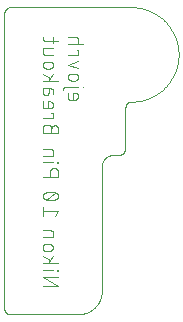
<source format=gbo>
G04 EAGLE Gerber X2 export*
%TF.Part,Single*%
%TF.FileFunction,Other,Silk bottom*%
%TF.FilePolarity,Positive*%
%TF.GenerationSoftware,Autodesk,EAGLE,9.0.0*%
%TF.CreationDate,2018-05-03T06:19:38Z*%
G75*
%MOMM*%
%FSLAX35Y35*%
%LPD*%
%AMOC8*
5,1,8,0,0,1.08239X$1,22.5*%
G01*
%ADD10C,0.000000*%
%ADD11C,0.101600*%


D10*
X-1025000Y400000D02*
X0Y400000D01*
X9665Y399883D01*
X19325Y399533D01*
X28974Y398949D01*
X38606Y398133D01*
X48215Y397084D01*
X57796Y395803D01*
X67343Y394290D01*
X76851Y392548D01*
X86314Y390576D01*
X95726Y388377D01*
X105083Y385950D01*
X114378Y383298D01*
X123607Y380423D01*
X132763Y377325D01*
X141842Y374006D01*
X150838Y370470D01*
X159746Y366717D01*
X168560Y362750D01*
X177277Y358571D01*
X185889Y354182D01*
X194393Y349587D01*
X202784Y344788D01*
X211056Y339787D01*
X219205Y334588D01*
X227226Y329194D01*
X235114Y323607D01*
X242865Y317831D01*
X250474Y311870D01*
X257937Y305726D01*
X265249Y299404D01*
X272406Y292907D01*
X279405Y286240D01*
X286240Y279405D01*
X292907Y272406D01*
X299404Y265249D01*
X305726Y257937D01*
X311870Y250474D01*
X317831Y242865D01*
X323607Y235114D01*
X329194Y227226D01*
X334588Y219205D01*
X339787Y211056D01*
X344788Y202784D01*
X349587Y194393D01*
X354182Y185889D01*
X358571Y177277D01*
X362750Y168560D01*
X366717Y159746D01*
X370470Y150838D01*
X374006Y141842D01*
X377325Y132763D01*
X380423Y123607D01*
X383298Y114378D01*
X385950Y105083D01*
X388377Y95726D01*
X390576Y86314D01*
X392548Y76851D01*
X394290Y67343D01*
X395803Y57796D01*
X397084Y48215D01*
X398133Y38606D01*
X398949Y28974D01*
X399533Y19325D01*
X399883Y9665D01*
X400000Y0D01*
X-1075000Y350000D02*
X-1075000Y-2150000D01*
X-1074985Y-2151208D01*
X-1074942Y-2152416D01*
X-1074869Y-2153622D01*
X-1074767Y-2154826D01*
X-1074635Y-2156027D01*
X-1074475Y-2157224D01*
X-1074286Y-2158418D01*
X-1074069Y-2159606D01*
X-1073822Y-2160789D01*
X-1073547Y-2161966D01*
X-1073244Y-2163135D01*
X-1072912Y-2164297D01*
X-1072553Y-2165451D01*
X-1072166Y-2166595D01*
X-1071751Y-2167730D01*
X-1071309Y-2168855D01*
X-1070840Y-2169968D01*
X-1070344Y-2171070D01*
X-1069821Y-2172160D01*
X-1069273Y-2173236D01*
X-1068698Y-2174299D01*
X-1068098Y-2175348D01*
X-1067473Y-2176382D01*
X-1066824Y-2177401D01*
X-1066149Y-2178403D01*
X-1065451Y-2179389D01*
X-1064729Y-2180358D01*
X-1063984Y-2181309D01*
X-1063216Y-2182242D01*
X-1062426Y-2183156D01*
X-1061613Y-2184051D01*
X-1060780Y-2184926D01*
X-1059926Y-2185780D01*
X-1059051Y-2186613D01*
X-1058156Y-2187426D01*
X-1057242Y-2188216D01*
X-1056309Y-2188984D01*
X-1055358Y-2189729D01*
X-1054389Y-2190451D01*
X-1053403Y-2191149D01*
X-1052401Y-2191824D01*
X-1051382Y-2192473D01*
X-1050348Y-2193098D01*
X-1049299Y-2193698D01*
X-1048236Y-2194273D01*
X-1047160Y-2194821D01*
X-1046070Y-2195344D01*
X-1044968Y-2195840D01*
X-1043855Y-2196309D01*
X-1042730Y-2196751D01*
X-1041595Y-2197166D01*
X-1040451Y-2197553D01*
X-1039297Y-2197912D01*
X-1038135Y-2198244D01*
X-1036966Y-2198547D01*
X-1035789Y-2198822D01*
X-1034606Y-2199069D01*
X-1033418Y-2199286D01*
X-1032224Y-2199475D01*
X-1031027Y-2199635D01*
X-1029826Y-2199767D01*
X-1028622Y-2199869D01*
X-1027416Y-2199942D01*
X-1026208Y-2199985D01*
X-1025000Y-2200000D01*
X-450000Y-2200000D01*
X-445167Y-2199942D01*
X-440337Y-2199766D01*
X-435513Y-2199475D01*
X-430697Y-2199066D01*
X-425893Y-2198542D01*
X-421102Y-2197901D01*
X-416329Y-2197145D01*
X-411575Y-2196274D01*
X-406843Y-2195288D01*
X-402137Y-2194188D01*
X-397459Y-2192975D01*
X-392811Y-2191649D01*
X-388197Y-2190211D01*
X-383618Y-2188662D01*
X-379079Y-2187003D01*
X-374581Y-2185235D01*
X-370127Y-2183358D01*
X-365720Y-2181375D01*
X-361362Y-2179285D01*
X-357055Y-2177091D01*
X-352803Y-2174794D01*
X-348608Y-2172394D01*
X-344472Y-2169894D01*
X-340397Y-2167294D01*
X-336387Y-2164597D01*
X-332443Y-2161803D01*
X-328567Y-2158916D01*
X-324763Y-2155935D01*
X-321032Y-2152863D01*
X-317375Y-2149702D01*
X-313797Y-2146454D01*
X-310298Y-2143120D01*
X-306880Y-2139702D01*
X-303546Y-2136203D01*
X-300298Y-2132625D01*
X-297137Y-2128968D01*
X-294065Y-2125237D01*
X-291084Y-2121433D01*
X-288197Y-2117557D01*
X-285403Y-2113613D01*
X-282706Y-2109603D01*
X-280106Y-2105528D01*
X-277606Y-2101392D01*
X-275206Y-2097197D01*
X-272909Y-2092945D01*
X-270715Y-2088638D01*
X-268625Y-2084280D01*
X-266642Y-2079873D01*
X-264765Y-2075419D01*
X-262997Y-2070921D01*
X-261338Y-2066382D01*
X-259789Y-2061803D01*
X-258351Y-2057189D01*
X-257025Y-2052541D01*
X-255812Y-2047863D01*
X-254712Y-2043157D01*
X-253726Y-2038425D01*
X-252855Y-2033671D01*
X-252099Y-2028898D01*
X-251458Y-2024107D01*
X-250934Y-2019303D01*
X-250525Y-2014487D01*
X-250234Y-2009663D01*
X-250058Y-2004833D01*
X-250000Y-2000000D01*
X-1075000Y350000D02*
X-1074985Y351208D01*
X-1074942Y352416D01*
X-1074869Y353622D01*
X-1074767Y354826D01*
X-1074635Y356027D01*
X-1074475Y357224D01*
X-1074286Y358418D01*
X-1074069Y359606D01*
X-1073822Y360789D01*
X-1073547Y361966D01*
X-1073244Y363135D01*
X-1072912Y364297D01*
X-1072553Y365451D01*
X-1072166Y366595D01*
X-1071751Y367730D01*
X-1071309Y368855D01*
X-1070840Y369968D01*
X-1070344Y371070D01*
X-1069821Y372160D01*
X-1069273Y373236D01*
X-1068698Y374299D01*
X-1068098Y375348D01*
X-1067473Y376382D01*
X-1066824Y377401D01*
X-1066149Y378403D01*
X-1065451Y379389D01*
X-1064729Y380358D01*
X-1063984Y381309D01*
X-1063216Y382242D01*
X-1062426Y383156D01*
X-1061613Y384051D01*
X-1060780Y384926D01*
X-1059926Y385780D01*
X-1059051Y386613D01*
X-1058156Y387426D01*
X-1057242Y388216D01*
X-1056309Y388984D01*
X-1055358Y389729D01*
X-1054389Y390451D01*
X-1053403Y391149D01*
X-1052401Y391824D01*
X-1051382Y392473D01*
X-1050348Y393098D01*
X-1049299Y393698D01*
X-1048236Y394273D01*
X-1047160Y394821D01*
X-1046070Y395344D01*
X-1044968Y395840D01*
X-1043855Y396309D01*
X-1042730Y396751D01*
X-1041595Y397166D01*
X-1040451Y397553D01*
X-1039297Y397912D01*
X-1038135Y398244D01*
X-1036966Y398547D01*
X-1035789Y398822D01*
X-1034606Y399069D01*
X-1033418Y399286D01*
X-1032224Y399475D01*
X-1031027Y399635D01*
X-1029826Y399767D01*
X-1028622Y399869D01*
X-1027416Y399942D01*
X-1026208Y399985D01*
X-1025000Y400000D01*
X0Y-400000D02*
X9665Y-399883D01*
X19325Y-399533D01*
X28974Y-398949D01*
X38606Y-398133D01*
X48215Y-397084D01*
X57796Y-395803D01*
X67343Y-394290D01*
X76851Y-392548D01*
X86314Y-390576D01*
X95726Y-388377D01*
X105083Y-385950D01*
X114378Y-383298D01*
X123607Y-380423D01*
X132763Y-377325D01*
X141842Y-374006D01*
X150838Y-370470D01*
X159746Y-366717D01*
X168560Y-362750D01*
X177277Y-358571D01*
X185889Y-354182D01*
X194393Y-349587D01*
X202784Y-344788D01*
X211056Y-339787D01*
X219205Y-334588D01*
X227226Y-329194D01*
X235114Y-323607D01*
X242865Y-317831D01*
X250474Y-311870D01*
X257937Y-305726D01*
X265249Y-299404D01*
X272406Y-292907D01*
X279405Y-286240D01*
X286240Y-279405D01*
X292907Y-272406D01*
X299404Y-265249D01*
X305726Y-257937D01*
X311870Y-250474D01*
X317831Y-242865D01*
X323607Y-235114D01*
X329194Y-227226D01*
X334588Y-219205D01*
X339787Y-211056D01*
X344788Y-202784D01*
X349587Y-194393D01*
X354182Y-185889D01*
X358571Y-177277D01*
X362750Y-168560D01*
X366717Y-159746D01*
X370470Y-150838D01*
X374006Y-141842D01*
X377325Y-132763D01*
X380423Y-123607D01*
X383298Y-114378D01*
X385950Y-105083D01*
X388377Y-95726D01*
X390576Y-86314D01*
X392548Y-76851D01*
X394290Y-67343D01*
X395803Y-57796D01*
X397084Y-48215D01*
X398133Y-38606D01*
X398949Y-28974D01*
X399533Y-19325D01*
X399883Y-9665D01*
X400000Y0D01*
X-50000Y-450000D02*
X-50000Y-790000D01*
X-110000Y-850000D02*
X-150000Y-850000D01*
X-250000Y-950000D02*
X-250000Y-2000000D01*
X-110000Y-850000D02*
X-108550Y-849982D01*
X-107101Y-849930D01*
X-105654Y-849842D01*
X-104209Y-849720D01*
X-102768Y-849563D01*
X-101331Y-849370D01*
X-99899Y-849144D01*
X-98472Y-848882D01*
X-97053Y-848586D01*
X-95641Y-848257D01*
X-94238Y-847893D01*
X-92843Y-847495D01*
X-91459Y-847063D01*
X-90086Y-846599D01*
X-88724Y-846101D01*
X-87374Y-845570D01*
X-86038Y-845008D01*
X-84716Y-844412D01*
X-83409Y-843786D01*
X-82117Y-843127D01*
X-80841Y-842438D01*
X-79582Y-841718D01*
X-78342Y-840968D01*
X-77119Y-840188D01*
X-75916Y-839379D01*
X-74733Y-838541D01*
X-73570Y-837675D01*
X-72429Y-836780D01*
X-71309Y-835859D01*
X-70213Y-834911D01*
X-69139Y-833936D01*
X-68089Y-832936D01*
X-67064Y-831911D01*
X-66064Y-830861D01*
X-65089Y-829787D01*
X-64141Y-828691D01*
X-63220Y-827571D01*
X-62325Y-826430D01*
X-61459Y-825267D01*
X-60621Y-824084D01*
X-59812Y-822881D01*
X-59032Y-821658D01*
X-58282Y-820418D01*
X-57562Y-819159D01*
X-56873Y-817883D01*
X-56214Y-816591D01*
X-55588Y-815284D01*
X-54992Y-813962D01*
X-54430Y-812626D01*
X-53899Y-811276D01*
X-53401Y-809914D01*
X-52937Y-808541D01*
X-52505Y-807157D01*
X-52107Y-805762D01*
X-51743Y-804359D01*
X-51414Y-802947D01*
X-51118Y-801528D01*
X-50856Y-800101D01*
X-50630Y-798669D01*
X-50437Y-797232D01*
X-50280Y-795791D01*
X-50158Y-794346D01*
X-50070Y-792899D01*
X-50018Y-791450D01*
X-50000Y-790000D01*
X-150000Y-850000D02*
X-152416Y-850029D01*
X-154831Y-850117D01*
X-157243Y-850263D01*
X-159651Y-850467D01*
X-162054Y-850729D01*
X-164449Y-851049D01*
X-166836Y-851427D01*
X-169213Y-851863D01*
X-171578Y-852356D01*
X-173932Y-852906D01*
X-176271Y-853512D01*
X-178595Y-854175D01*
X-180902Y-854894D01*
X-183191Y-855669D01*
X-185460Y-856498D01*
X-187709Y-857383D01*
X-189936Y-858321D01*
X-192140Y-859313D01*
X-194319Y-860357D01*
X-196472Y-861454D01*
X-198598Y-862603D01*
X-200696Y-863803D01*
X-202764Y-865053D01*
X-204801Y-866353D01*
X-206806Y-867702D01*
X-208779Y-869098D01*
X-210716Y-870542D01*
X-212619Y-872033D01*
X-214484Y-873568D01*
X-216312Y-875149D01*
X-218102Y-876773D01*
X-219851Y-878440D01*
X-221560Y-880149D01*
X-223227Y-881898D01*
X-224851Y-883688D01*
X-226432Y-885516D01*
X-227967Y-887381D01*
X-229458Y-889284D01*
X-230902Y-891221D01*
X-232298Y-893194D01*
X-233647Y-895199D01*
X-234947Y-897236D01*
X-236197Y-899304D01*
X-237397Y-901402D01*
X-238546Y-903528D01*
X-239643Y-905681D01*
X-240687Y-907860D01*
X-241679Y-910064D01*
X-242617Y-912291D01*
X-243502Y-914540D01*
X-244331Y-916809D01*
X-245106Y-919098D01*
X-245825Y-921405D01*
X-246488Y-923729D01*
X-247094Y-926068D01*
X-247644Y-928422D01*
X-248137Y-930787D01*
X-248573Y-933164D01*
X-248951Y-935551D01*
X-249271Y-937946D01*
X-249533Y-940349D01*
X-249737Y-942757D01*
X-249883Y-945169D01*
X-249971Y-947584D01*
X-250000Y-950000D01*
D11*
X-537160Y-361161D02*
X-537160Y-324472D01*
X-537160Y-361161D02*
X-537154Y-361693D01*
X-537134Y-362225D01*
X-537102Y-362756D01*
X-537057Y-363286D01*
X-537000Y-363814D01*
X-536929Y-364342D01*
X-536846Y-364867D01*
X-536750Y-365390D01*
X-536641Y-365911D01*
X-536520Y-366429D01*
X-536387Y-366944D01*
X-536241Y-367456D01*
X-536083Y-367963D01*
X-535912Y-368467D01*
X-535730Y-368967D01*
X-535535Y-369462D01*
X-535328Y-369952D01*
X-535110Y-370437D01*
X-534880Y-370917D01*
X-534639Y-371391D01*
X-534386Y-371859D01*
X-534122Y-372321D01*
X-533846Y-372776D01*
X-533560Y-373224D01*
X-533263Y-373666D01*
X-532956Y-374100D01*
X-532638Y-374526D01*
X-532310Y-374945D01*
X-531972Y-375356D01*
X-531624Y-375758D01*
X-531266Y-376152D01*
X-530899Y-376537D01*
X-530523Y-376913D01*
X-530138Y-377280D01*
X-529744Y-377638D01*
X-529342Y-377986D01*
X-528931Y-378324D01*
X-528512Y-378652D01*
X-528086Y-378970D01*
X-527652Y-379277D01*
X-527210Y-379574D01*
X-526762Y-379860D01*
X-526307Y-380136D01*
X-525845Y-380400D01*
X-525377Y-380653D01*
X-524903Y-380894D01*
X-524423Y-381124D01*
X-523938Y-381342D01*
X-523448Y-381549D01*
X-522953Y-381744D01*
X-522453Y-381926D01*
X-521949Y-382097D01*
X-521442Y-382255D01*
X-520930Y-382401D01*
X-520415Y-382534D01*
X-519897Y-382655D01*
X-519376Y-382764D01*
X-518853Y-382860D01*
X-518328Y-382943D01*
X-517800Y-383014D01*
X-517272Y-383071D01*
X-516742Y-383116D01*
X-516211Y-383148D01*
X-515679Y-383168D01*
X-515147Y-383174D01*
X-478458Y-383174D01*
X-477743Y-383165D01*
X-477029Y-383139D01*
X-476316Y-383096D01*
X-475603Y-383035D01*
X-474893Y-382957D01*
X-474184Y-382861D01*
X-473479Y-382749D01*
X-472776Y-382619D01*
X-472076Y-382472D01*
X-471380Y-382308D01*
X-470689Y-382127D01*
X-470002Y-381930D01*
X-469320Y-381715D01*
X-468644Y-381485D01*
X-467973Y-381237D01*
X-467308Y-380974D01*
X-466651Y-380694D01*
X-466000Y-380399D01*
X-465356Y-380088D01*
X-464721Y-379761D01*
X-464093Y-379419D01*
X-463474Y-379061D01*
X-462864Y-378689D01*
X-462263Y-378302D01*
X-461672Y-377900D01*
X-461090Y-377484D01*
X-460519Y-377054D01*
X-459959Y-376611D01*
X-459410Y-376153D01*
X-458872Y-375683D01*
X-458345Y-375199D01*
X-457830Y-374703D01*
X-457328Y-374195D01*
X-456838Y-373674D01*
X-456361Y-373142D01*
X-455897Y-372598D01*
X-455447Y-372043D01*
X-455010Y-371477D01*
X-454587Y-370901D01*
X-454178Y-370315D01*
X-453784Y-369719D01*
X-453404Y-369113D01*
X-453039Y-368498D01*
X-452689Y-367875D01*
X-452355Y-367244D01*
X-452036Y-366604D01*
X-451732Y-365957D01*
X-451445Y-365302D01*
X-451173Y-364641D01*
X-450918Y-363973D01*
X-450679Y-363300D01*
X-450457Y-362621D01*
X-450251Y-361936D01*
X-450061Y-361247D01*
X-449889Y-360553D01*
X-449734Y-359855D01*
X-449595Y-359154D01*
X-449474Y-358450D01*
X-449370Y-357743D01*
X-449283Y-357033D01*
X-449214Y-356322D01*
X-449161Y-355609D01*
X-449127Y-354895D01*
X-449109Y-354180D01*
X-449109Y-353466D01*
X-449127Y-352751D01*
X-449161Y-352037D01*
X-449214Y-351324D01*
X-449283Y-350613D01*
X-449370Y-349903D01*
X-449474Y-349196D01*
X-449595Y-348492D01*
X-449734Y-347791D01*
X-449889Y-347093D01*
X-450061Y-346399D01*
X-450251Y-345710D01*
X-450457Y-345025D01*
X-450679Y-344346D01*
X-450918Y-343673D01*
X-451173Y-343005D01*
X-451445Y-342344D01*
X-451732Y-341689D01*
X-452036Y-341042D01*
X-452355Y-340402D01*
X-452689Y-339771D01*
X-453039Y-339147D01*
X-453404Y-338533D01*
X-453784Y-337927D01*
X-454178Y-337331D01*
X-454587Y-336745D01*
X-455010Y-336169D01*
X-455447Y-335603D01*
X-455897Y-335048D01*
X-456361Y-334504D01*
X-456838Y-333972D01*
X-457328Y-333451D01*
X-457830Y-332943D01*
X-458345Y-332447D01*
X-458872Y-331963D01*
X-459410Y-331493D01*
X-459959Y-331035D01*
X-460519Y-330592D01*
X-461090Y-330162D01*
X-461672Y-329746D01*
X-462263Y-329344D01*
X-462864Y-328957D01*
X-463474Y-328585D01*
X-464093Y-328227D01*
X-464721Y-327885D01*
X-465356Y-327558D01*
X-466000Y-327247D01*
X-466651Y-326952D01*
X-467308Y-326672D01*
X-467973Y-326409D01*
X-468644Y-326161D01*
X-469320Y-325931D01*
X-470002Y-325716D01*
X-470689Y-325519D01*
X-471380Y-325338D01*
X-472076Y-325174D01*
X-472776Y-325027D01*
X-473479Y-324897D01*
X-474184Y-324785D01*
X-474893Y-324689D01*
X-475603Y-324611D01*
X-476316Y-324550D01*
X-477029Y-324507D01*
X-477743Y-324481D01*
X-478458Y-324472D01*
X-493133Y-324472D01*
X-493133Y-383174D01*
X-449107Y-274840D02*
X-559173Y-274840D01*
X-559705Y-274846D01*
X-560237Y-274866D01*
X-560768Y-274898D01*
X-561298Y-274943D01*
X-561826Y-275001D01*
X-562354Y-275071D01*
X-562879Y-275154D01*
X-563402Y-275250D01*
X-563923Y-275359D01*
X-564441Y-275480D01*
X-564956Y-275613D01*
X-565468Y-275759D01*
X-565975Y-275917D01*
X-566479Y-276088D01*
X-566979Y-276271D01*
X-567474Y-276465D01*
X-567964Y-276672D01*
X-568449Y-276890D01*
X-568929Y-277120D01*
X-569403Y-277362D01*
X-569871Y-277614D01*
X-570333Y-277879D01*
X-570788Y-278154D01*
X-571236Y-278440D01*
X-571678Y-278737D01*
X-572112Y-279044D01*
X-572539Y-279362D01*
X-572957Y-279690D01*
X-573368Y-280028D01*
X-573770Y-280376D01*
X-574164Y-280734D01*
X-574549Y-281101D01*
X-574926Y-281477D01*
X-575293Y-281862D01*
X-575650Y-282256D01*
X-575998Y-282658D01*
X-576336Y-283069D01*
X-576664Y-283488D01*
X-576982Y-283914D01*
X-577289Y-284348D01*
X-577586Y-284790D01*
X-577872Y-285238D01*
X-578148Y-285693D01*
X-578412Y-286155D01*
X-578665Y-286623D01*
X-578906Y-287097D01*
X-579136Y-287577D01*
X-579354Y-288062D01*
X-579561Y-288552D01*
X-579756Y-289047D01*
X-579938Y-289547D01*
X-580109Y-290051D01*
X-580267Y-290559D01*
X-580413Y-291070D01*
X-580546Y-291585D01*
X-580667Y-292103D01*
X-580776Y-292624D01*
X-580872Y-293147D01*
X-580955Y-293673D01*
X-581026Y-294200D01*
X-581083Y-294729D01*
X-581128Y-295259D01*
X-581160Y-295790D01*
X-581180Y-296321D01*
X-581186Y-296853D01*
X-581187Y-296853D02*
X-581187Y-304191D01*
X-412418Y-278509D02*
X-405080Y-278509D01*
X-405080Y-271171D01*
X-412418Y-271171D01*
X-412418Y-278509D01*
X-478458Y-221020D02*
X-507809Y-221020D01*
X-478458Y-221020D02*
X-477743Y-221011D01*
X-477029Y-220985D01*
X-476316Y-220942D01*
X-475603Y-220881D01*
X-474893Y-220803D01*
X-474184Y-220707D01*
X-473479Y-220595D01*
X-472776Y-220465D01*
X-472076Y-220318D01*
X-471380Y-220154D01*
X-470689Y-219973D01*
X-470002Y-219776D01*
X-469320Y-219561D01*
X-468644Y-219331D01*
X-467973Y-219083D01*
X-467308Y-218820D01*
X-466651Y-218540D01*
X-466000Y-218245D01*
X-465356Y-217934D01*
X-464721Y-217607D01*
X-464093Y-217265D01*
X-463474Y-216907D01*
X-462864Y-216535D01*
X-462263Y-216148D01*
X-461672Y-215746D01*
X-461090Y-215330D01*
X-460519Y-214900D01*
X-459959Y-214457D01*
X-459410Y-213999D01*
X-458872Y-213529D01*
X-458345Y-213045D01*
X-457830Y-212549D01*
X-457328Y-212041D01*
X-456838Y-211520D01*
X-456361Y-210988D01*
X-455897Y-210444D01*
X-455447Y-209889D01*
X-455010Y-209323D01*
X-454587Y-208747D01*
X-454178Y-208161D01*
X-453784Y-207565D01*
X-453404Y-206959D01*
X-453039Y-206344D01*
X-452689Y-205721D01*
X-452355Y-205090D01*
X-452036Y-204450D01*
X-451732Y-203803D01*
X-451445Y-203148D01*
X-451173Y-202487D01*
X-450918Y-201819D01*
X-450679Y-201146D01*
X-450457Y-200467D01*
X-450251Y-199782D01*
X-450061Y-199093D01*
X-449889Y-198399D01*
X-449734Y-197701D01*
X-449595Y-197000D01*
X-449474Y-196296D01*
X-449370Y-195589D01*
X-449283Y-194879D01*
X-449214Y-194168D01*
X-449161Y-193455D01*
X-449127Y-192741D01*
X-449109Y-192026D01*
X-449109Y-191312D01*
X-449127Y-190597D01*
X-449161Y-189883D01*
X-449214Y-189170D01*
X-449283Y-188459D01*
X-449370Y-187749D01*
X-449474Y-187042D01*
X-449595Y-186338D01*
X-449734Y-185637D01*
X-449889Y-184939D01*
X-450061Y-184245D01*
X-450251Y-183556D01*
X-450457Y-182871D01*
X-450679Y-182192D01*
X-450918Y-181519D01*
X-451173Y-180851D01*
X-451445Y-180190D01*
X-451732Y-179535D01*
X-452036Y-178888D01*
X-452355Y-178248D01*
X-452689Y-177617D01*
X-453039Y-176993D01*
X-453404Y-176379D01*
X-453784Y-175773D01*
X-454178Y-175177D01*
X-454587Y-174591D01*
X-455010Y-174015D01*
X-455447Y-173449D01*
X-455897Y-172894D01*
X-456361Y-172350D01*
X-456838Y-171818D01*
X-457328Y-171297D01*
X-457830Y-170789D01*
X-458345Y-170293D01*
X-458872Y-169809D01*
X-459410Y-169339D01*
X-459959Y-168881D01*
X-460519Y-168438D01*
X-461090Y-168008D01*
X-461672Y-167592D01*
X-462263Y-167190D01*
X-462864Y-166803D01*
X-463474Y-166431D01*
X-464093Y-166073D01*
X-464721Y-165731D01*
X-465356Y-165404D01*
X-466000Y-165093D01*
X-466651Y-164798D01*
X-467308Y-164518D01*
X-467973Y-164255D01*
X-468644Y-164007D01*
X-469320Y-163777D01*
X-470002Y-163562D01*
X-470689Y-163365D01*
X-471380Y-163184D01*
X-472076Y-163020D01*
X-472776Y-162873D01*
X-473479Y-162743D01*
X-474184Y-162631D01*
X-474893Y-162535D01*
X-475603Y-162457D01*
X-476316Y-162396D01*
X-477029Y-162353D01*
X-477743Y-162327D01*
X-478458Y-162318D01*
X-507809Y-162318D01*
X-508524Y-162327D01*
X-509238Y-162353D01*
X-509951Y-162396D01*
X-510664Y-162457D01*
X-511374Y-162535D01*
X-512083Y-162631D01*
X-512788Y-162743D01*
X-513491Y-162873D01*
X-514191Y-163020D01*
X-514887Y-163184D01*
X-515578Y-163365D01*
X-516265Y-163562D01*
X-516947Y-163777D01*
X-517623Y-164007D01*
X-518294Y-164255D01*
X-518959Y-164518D01*
X-519616Y-164798D01*
X-520267Y-165093D01*
X-520911Y-165404D01*
X-521546Y-165731D01*
X-522174Y-166073D01*
X-522793Y-166431D01*
X-523403Y-166803D01*
X-524004Y-167190D01*
X-524595Y-167592D01*
X-525177Y-168008D01*
X-525748Y-168438D01*
X-526308Y-168881D01*
X-526857Y-169339D01*
X-527395Y-169809D01*
X-527922Y-170293D01*
X-528437Y-170789D01*
X-528939Y-171297D01*
X-529429Y-171818D01*
X-529906Y-172350D01*
X-530370Y-172894D01*
X-530820Y-173449D01*
X-531257Y-174015D01*
X-531680Y-174591D01*
X-532089Y-175177D01*
X-532483Y-175773D01*
X-532863Y-176379D01*
X-533228Y-176994D01*
X-533578Y-177617D01*
X-533912Y-178248D01*
X-534231Y-178888D01*
X-534535Y-179535D01*
X-534822Y-180190D01*
X-535094Y-180851D01*
X-535349Y-181519D01*
X-535588Y-182192D01*
X-535810Y-182871D01*
X-536016Y-183556D01*
X-536206Y-184245D01*
X-536378Y-184939D01*
X-536533Y-185637D01*
X-536672Y-186338D01*
X-536793Y-187042D01*
X-536897Y-187749D01*
X-536984Y-188459D01*
X-537053Y-189170D01*
X-537106Y-189883D01*
X-537140Y-190597D01*
X-537158Y-191312D01*
X-537158Y-192026D01*
X-537140Y-192741D01*
X-537106Y-193455D01*
X-537053Y-194168D01*
X-536984Y-194879D01*
X-536897Y-195589D01*
X-536793Y-196296D01*
X-536672Y-197000D01*
X-536533Y-197701D01*
X-536378Y-198399D01*
X-536206Y-199093D01*
X-536016Y-199782D01*
X-535810Y-200467D01*
X-535588Y-201146D01*
X-535349Y-201819D01*
X-535094Y-202487D01*
X-534822Y-203148D01*
X-534535Y-203803D01*
X-534231Y-204450D01*
X-533912Y-205090D01*
X-533578Y-205721D01*
X-533228Y-206345D01*
X-532863Y-206959D01*
X-532483Y-207565D01*
X-532089Y-208161D01*
X-531680Y-208747D01*
X-531257Y-209323D01*
X-530820Y-209889D01*
X-530370Y-210444D01*
X-529906Y-210988D01*
X-529429Y-211520D01*
X-528939Y-212041D01*
X-528437Y-212549D01*
X-527922Y-213045D01*
X-527395Y-213529D01*
X-526857Y-213999D01*
X-526308Y-214457D01*
X-525748Y-214900D01*
X-525177Y-215330D01*
X-524595Y-215746D01*
X-524004Y-216148D01*
X-523403Y-216535D01*
X-522793Y-216907D01*
X-522174Y-217265D01*
X-521546Y-217607D01*
X-520911Y-217934D01*
X-520267Y-218245D01*
X-519616Y-218540D01*
X-518959Y-218820D01*
X-518294Y-219083D01*
X-517623Y-219331D01*
X-516947Y-219561D01*
X-516265Y-219776D01*
X-515578Y-219973D01*
X-514887Y-220154D01*
X-514191Y-220318D01*
X-513491Y-220465D01*
X-512788Y-220595D01*
X-512083Y-220707D01*
X-511374Y-220803D01*
X-510664Y-220881D01*
X-509951Y-220942D01*
X-509238Y-220985D01*
X-508524Y-221011D01*
X-507809Y-221020D01*
X-449107Y-114340D02*
X-537160Y-84989D01*
X-449107Y-55638D01*
X-449107Y-2689D02*
X-537160Y-2689D01*
X-449107Y-2689D02*
X-449107Y41337D01*
X-463783Y41337D01*
X-405080Y86218D02*
X-537160Y86218D01*
X-449107Y86218D02*
X-449107Y122907D01*
X-449114Y123447D01*
X-449134Y123987D01*
X-449167Y124526D01*
X-449213Y125065D01*
X-449273Y125602D01*
X-449345Y126137D01*
X-449431Y126670D01*
X-449530Y127201D01*
X-449642Y127730D01*
X-449767Y128256D01*
X-449904Y128778D01*
X-450055Y129297D01*
X-450218Y129812D01*
X-450394Y130323D01*
X-450582Y130829D01*
X-450783Y131331D01*
X-450995Y131828D01*
X-451220Y132319D01*
X-451457Y132804D01*
X-451706Y133284D01*
X-451967Y133757D01*
X-452239Y134224D01*
X-452522Y134684D01*
X-452817Y135137D01*
X-453122Y135582D01*
X-453439Y136020D01*
X-453766Y136450D01*
X-454104Y136872D01*
X-454451Y137285D01*
X-454809Y137690D01*
X-455177Y138086D01*
X-455554Y138472D01*
X-455941Y138850D01*
X-456337Y139217D01*
X-456742Y139575D01*
X-457155Y139923D01*
X-457577Y140261D01*
X-458007Y140588D01*
X-458445Y140904D01*
X-458890Y141210D01*
X-459343Y141505D01*
X-459803Y141788D01*
X-460270Y142060D01*
X-460743Y142321D01*
X-461223Y142569D01*
X-461708Y142806D01*
X-462199Y143031D01*
X-462696Y143244D01*
X-463197Y143445D01*
X-463704Y143633D01*
X-464215Y143809D01*
X-464730Y143972D01*
X-465249Y144123D01*
X-465771Y144260D01*
X-466297Y144385D01*
X-466825Y144497D01*
X-467356Y144596D01*
X-467890Y144682D01*
X-468425Y144754D01*
X-468962Y144814D01*
X-469500Y144860D01*
X-470040Y144893D01*
X-470579Y144913D01*
X-471120Y144920D01*
X-537160Y144920D01*
X-618440Y-1956789D02*
X-750520Y-1956789D01*
X-750520Y-1883412D02*
X-618440Y-1956789D01*
X-618440Y-1883412D02*
X-750520Y-1883412D01*
X-750520Y-1826223D02*
X-662467Y-1826223D01*
X-625778Y-1829891D02*
X-618440Y-1829891D01*
X-618440Y-1822554D01*
X-625778Y-1822554D01*
X-625778Y-1829891D01*
X-618440Y-1768794D02*
X-750520Y-1768794D01*
X-706493Y-1768794D02*
X-662467Y-1710092D01*
X-688149Y-1743112D02*
X-750520Y-1710092D01*
X-721169Y-1663550D02*
X-691818Y-1663550D01*
X-691818Y-1663549D02*
X-691103Y-1663540D01*
X-690389Y-1663514D01*
X-689676Y-1663471D01*
X-688963Y-1663410D01*
X-688253Y-1663332D01*
X-687544Y-1663236D01*
X-686839Y-1663124D01*
X-686136Y-1662994D01*
X-685436Y-1662847D01*
X-684740Y-1662683D01*
X-684049Y-1662502D01*
X-683362Y-1662305D01*
X-682680Y-1662090D01*
X-682004Y-1661860D01*
X-681333Y-1661612D01*
X-680668Y-1661349D01*
X-680011Y-1661069D01*
X-679360Y-1660774D01*
X-678716Y-1660463D01*
X-678081Y-1660136D01*
X-677453Y-1659794D01*
X-676834Y-1659436D01*
X-676224Y-1659064D01*
X-675623Y-1658677D01*
X-675032Y-1658275D01*
X-674450Y-1657859D01*
X-673879Y-1657429D01*
X-673319Y-1656986D01*
X-672770Y-1656528D01*
X-672232Y-1656058D01*
X-671705Y-1655574D01*
X-671190Y-1655078D01*
X-670688Y-1654570D01*
X-670198Y-1654049D01*
X-669721Y-1653517D01*
X-669257Y-1652973D01*
X-668807Y-1652418D01*
X-668370Y-1651852D01*
X-667947Y-1651276D01*
X-667538Y-1650690D01*
X-667144Y-1650094D01*
X-666764Y-1649488D01*
X-666399Y-1648873D01*
X-666049Y-1648250D01*
X-665715Y-1647619D01*
X-665396Y-1646979D01*
X-665092Y-1646332D01*
X-664805Y-1645677D01*
X-664533Y-1645016D01*
X-664278Y-1644348D01*
X-664039Y-1643675D01*
X-663817Y-1642996D01*
X-663611Y-1642311D01*
X-663421Y-1641622D01*
X-663249Y-1640928D01*
X-663094Y-1640230D01*
X-662955Y-1639529D01*
X-662834Y-1638825D01*
X-662730Y-1638118D01*
X-662643Y-1637408D01*
X-662574Y-1636697D01*
X-662521Y-1635984D01*
X-662487Y-1635270D01*
X-662469Y-1634555D01*
X-662469Y-1633841D01*
X-662487Y-1633126D01*
X-662521Y-1632412D01*
X-662574Y-1631699D01*
X-662643Y-1630988D01*
X-662730Y-1630278D01*
X-662834Y-1629571D01*
X-662955Y-1628867D01*
X-663094Y-1628166D01*
X-663249Y-1627468D01*
X-663421Y-1626774D01*
X-663611Y-1626085D01*
X-663817Y-1625400D01*
X-664039Y-1624721D01*
X-664278Y-1624048D01*
X-664533Y-1623380D01*
X-664805Y-1622719D01*
X-665092Y-1622064D01*
X-665396Y-1621417D01*
X-665715Y-1620777D01*
X-666049Y-1620146D01*
X-666399Y-1619522D01*
X-666764Y-1618908D01*
X-667144Y-1618302D01*
X-667538Y-1617706D01*
X-667947Y-1617120D01*
X-668370Y-1616544D01*
X-668807Y-1615978D01*
X-669257Y-1615423D01*
X-669721Y-1614879D01*
X-670198Y-1614347D01*
X-670688Y-1613826D01*
X-671190Y-1613318D01*
X-671705Y-1612822D01*
X-672232Y-1612338D01*
X-672770Y-1611868D01*
X-673319Y-1611410D01*
X-673879Y-1610967D01*
X-674450Y-1610537D01*
X-675032Y-1610121D01*
X-675623Y-1609719D01*
X-676224Y-1609332D01*
X-676834Y-1608960D01*
X-677453Y-1608602D01*
X-678081Y-1608260D01*
X-678716Y-1607933D01*
X-679360Y-1607622D01*
X-680011Y-1607327D01*
X-680668Y-1607047D01*
X-681333Y-1606784D01*
X-682004Y-1606536D01*
X-682680Y-1606306D01*
X-683362Y-1606091D01*
X-684049Y-1605894D01*
X-684740Y-1605713D01*
X-685436Y-1605549D01*
X-686136Y-1605402D01*
X-686839Y-1605272D01*
X-687544Y-1605160D01*
X-688253Y-1605064D01*
X-688963Y-1604986D01*
X-689676Y-1604925D01*
X-690389Y-1604882D01*
X-691103Y-1604856D01*
X-691818Y-1604847D01*
X-691818Y-1604848D02*
X-721169Y-1604848D01*
X-721169Y-1604847D02*
X-721884Y-1604856D01*
X-722598Y-1604882D01*
X-723311Y-1604925D01*
X-724024Y-1604986D01*
X-724734Y-1605064D01*
X-725443Y-1605160D01*
X-726148Y-1605272D01*
X-726851Y-1605402D01*
X-727551Y-1605549D01*
X-728247Y-1605713D01*
X-728938Y-1605894D01*
X-729625Y-1606091D01*
X-730307Y-1606306D01*
X-730983Y-1606536D01*
X-731654Y-1606784D01*
X-732319Y-1607047D01*
X-732976Y-1607327D01*
X-733627Y-1607622D01*
X-734271Y-1607933D01*
X-734906Y-1608260D01*
X-735534Y-1608602D01*
X-736153Y-1608960D01*
X-736763Y-1609332D01*
X-737364Y-1609719D01*
X-737955Y-1610121D01*
X-738537Y-1610537D01*
X-739108Y-1610967D01*
X-739668Y-1611410D01*
X-740217Y-1611868D01*
X-740755Y-1612338D01*
X-741282Y-1612822D01*
X-741797Y-1613318D01*
X-742299Y-1613826D01*
X-742789Y-1614347D01*
X-743266Y-1614879D01*
X-743730Y-1615423D01*
X-744180Y-1615978D01*
X-744617Y-1616544D01*
X-745040Y-1617120D01*
X-745449Y-1617706D01*
X-745843Y-1618302D01*
X-746223Y-1618908D01*
X-746588Y-1619523D01*
X-746938Y-1620146D01*
X-747272Y-1620777D01*
X-747591Y-1621417D01*
X-747895Y-1622064D01*
X-748182Y-1622719D01*
X-748454Y-1623380D01*
X-748709Y-1624048D01*
X-748948Y-1624721D01*
X-749170Y-1625400D01*
X-749376Y-1626085D01*
X-749566Y-1626774D01*
X-749738Y-1627468D01*
X-749893Y-1628166D01*
X-750032Y-1628867D01*
X-750153Y-1629571D01*
X-750257Y-1630278D01*
X-750344Y-1630988D01*
X-750413Y-1631699D01*
X-750466Y-1632412D01*
X-750500Y-1633126D01*
X-750518Y-1633841D01*
X-750518Y-1634555D01*
X-750500Y-1635270D01*
X-750466Y-1635984D01*
X-750413Y-1636697D01*
X-750344Y-1637408D01*
X-750257Y-1638118D01*
X-750153Y-1638825D01*
X-750032Y-1639529D01*
X-749893Y-1640230D01*
X-749738Y-1640928D01*
X-749566Y-1641622D01*
X-749376Y-1642311D01*
X-749170Y-1642996D01*
X-748948Y-1643675D01*
X-748709Y-1644348D01*
X-748454Y-1645016D01*
X-748182Y-1645677D01*
X-747895Y-1646332D01*
X-747591Y-1646979D01*
X-747272Y-1647619D01*
X-746938Y-1648250D01*
X-746588Y-1648874D01*
X-746223Y-1649488D01*
X-745843Y-1650094D01*
X-745449Y-1650690D01*
X-745040Y-1651276D01*
X-744617Y-1651852D01*
X-744180Y-1652418D01*
X-743730Y-1652973D01*
X-743266Y-1653517D01*
X-742789Y-1654049D01*
X-742299Y-1654570D01*
X-741797Y-1655078D01*
X-741282Y-1655574D01*
X-740755Y-1656058D01*
X-740217Y-1656528D01*
X-739668Y-1656986D01*
X-739108Y-1657429D01*
X-738537Y-1657859D01*
X-737955Y-1658275D01*
X-737364Y-1658677D01*
X-736763Y-1659064D01*
X-736153Y-1659436D01*
X-735534Y-1659794D01*
X-734906Y-1660136D01*
X-734271Y-1660463D01*
X-733627Y-1660774D01*
X-732976Y-1661069D01*
X-732319Y-1661349D01*
X-731654Y-1661612D01*
X-730983Y-1661860D01*
X-730307Y-1662090D01*
X-729625Y-1662305D01*
X-728938Y-1662502D01*
X-728247Y-1662683D01*
X-727551Y-1662847D01*
X-726851Y-1662994D01*
X-726148Y-1663124D01*
X-725443Y-1663236D01*
X-724734Y-1663332D01*
X-724024Y-1663410D01*
X-723311Y-1663471D01*
X-722598Y-1663514D01*
X-721884Y-1663540D01*
X-721169Y-1663549D01*
X-750520Y-1548335D02*
X-662467Y-1548335D01*
X-662467Y-1511647D01*
X-662474Y-1511107D01*
X-662494Y-1510567D01*
X-662527Y-1510028D01*
X-662573Y-1509489D01*
X-662633Y-1508952D01*
X-662705Y-1508417D01*
X-662791Y-1507884D01*
X-662890Y-1507352D01*
X-663002Y-1506824D01*
X-663127Y-1506298D01*
X-663264Y-1505776D01*
X-663415Y-1505257D01*
X-663578Y-1504742D01*
X-663754Y-1504231D01*
X-663942Y-1503724D01*
X-664143Y-1503223D01*
X-664356Y-1502726D01*
X-664581Y-1502235D01*
X-664817Y-1501749D01*
X-665066Y-1501270D01*
X-665327Y-1500797D01*
X-665599Y-1500330D01*
X-665882Y-1499870D01*
X-666177Y-1499417D01*
X-666483Y-1498971D01*
X-666799Y-1498533D01*
X-667126Y-1498103D01*
X-667464Y-1497682D01*
X-667812Y-1497268D01*
X-668170Y-1496864D01*
X-668537Y-1496468D01*
X-668915Y-1496081D01*
X-669301Y-1495704D01*
X-669697Y-1495336D01*
X-670102Y-1494978D01*
X-670515Y-1494630D01*
X-670937Y-1494293D01*
X-671367Y-1493965D01*
X-671805Y-1493649D01*
X-672250Y-1493343D01*
X-672703Y-1493049D01*
X-673163Y-1492765D01*
X-673630Y-1492493D01*
X-674103Y-1492233D01*
X-674583Y-1491984D01*
X-675068Y-1491747D01*
X-675560Y-1491522D01*
X-676056Y-1491309D01*
X-676558Y-1491108D01*
X-677064Y-1490920D01*
X-677575Y-1490744D01*
X-678090Y-1490581D01*
X-678609Y-1490431D01*
X-679132Y-1490293D01*
X-679657Y-1490168D01*
X-680186Y-1490056D01*
X-680717Y-1489957D01*
X-681250Y-1489871D01*
X-681786Y-1489799D01*
X-682323Y-1489739D01*
X-682861Y-1489693D01*
X-683400Y-1489660D01*
X-683940Y-1489640D01*
X-684480Y-1489633D01*
X-750520Y-1489633D01*
X-647791Y-1363649D02*
X-618440Y-1326960D01*
X-750520Y-1326960D01*
X-750520Y-1290272D02*
X-750520Y-1363649D01*
X-684480Y-1235633D02*
X-681882Y-1235602D01*
X-679285Y-1235509D01*
X-676691Y-1235354D01*
X-674102Y-1235137D01*
X-671519Y-1234858D01*
X-668942Y-1234518D01*
X-666375Y-1234117D01*
X-663818Y-1233654D01*
X-661273Y-1233130D01*
X-658741Y-1232546D01*
X-656224Y-1231901D01*
X-653723Y-1231197D01*
X-651240Y-1230433D01*
X-648775Y-1229610D01*
X-646331Y-1228728D01*
X-643908Y-1227789D01*
X-641509Y-1226791D01*
X-639134Y-1225737D01*
X-636785Y-1224627D01*
X-636784Y-1224627D02*
X-636162Y-1224405D01*
X-635546Y-1224168D01*
X-634936Y-1223916D01*
X-634331Y-1223650D01*
X-633734Y-1223369D01*
X-633143Y-1223073D01*
X-632560Y-1222763D01*
X-631985Y-1222439D01*
X-631417Y-1222102D01*
X-630858Y-1221750D01*
X-630308Y-1221385D01*
X-629767Y-1221007D01*
X-629235Y-1220615D01*
X-628713Y-1220211D01*
X-628200Y-1219795D01*
X-627698Y-1219365D01*
X-627207Y-1218924D01*
X-626727Y-1218471D01*
X-626257Y-1218007D01*
X-625799Y-1217531D01*
X-625353Y-1217044D01*
X-624919Y-1216547D01*
X-624497Y-1216039D01*
X-624087Y-1215521D01*
X-623691Y-1214993D01*
X-623307Y-1214455D01*
X-622936Y-1213909D01*
X-622579Y-1213354D01*
X-622235Y-1212790D01*
X-621906Y-1212218D01*
X-621590Y-1211638D01*
X-621288Y-1211050D01*
X-621001Y-1210456D01*
X-620728Y-1209854D01*
X-620470Y-1209246D01*
X-620227Y-1208632D01*
X-619999Y-1208013D01*
X-619786Y-1207387D01*
X-619588Y-1206757D01*
X-619406Y-1206123D01*
X-619239Y-1205484D01*
X-619088Y-1204841D01*
X-618952Y-1204195D01*
X-618833Y-1203545D01*
X-618729Y-1202893D01*
X-618641Y-1202239D01*
X-618568Y-1201582D01*
X-618512Y-1200924D01*
X-618472Y-1200265D01*
X-618448Y-1199605D01*
X-618440Y-1198945D01*
X-618448Y-1198285D01*
X-618472Y-1197625D01*
X-618512Y-1196966D01*
X-618568Y-1196308D01*
X-618641Y-1195651D01*
X-618729Y-1194997D01*
X-618833Y-1194345D01*
X-618952Y-1193695D01*
X-619088Y-1193049D01*
X-619239Y-1192406D01*
X-619406Y-1191767D01*
X-619588Y-1191132D01*
X-619786Y-1190502D01*
X-619999Y-1189877D01*
X-620227Y-1189257D01*
X-620470Y-1188643D01*
X-620728Y-1188036D01*
X-621001Y-1187434D01*
X-621288Y-1186840D01*
X-621590Y-1186252D01*
X-621906Y-1185672D01*
X-622235Y-1185100D01*
X-622579Y-1184536D01*
X-622936Y-1183981D01*
X-623307Y-1183434D01*
X-623691Y-1182897D01*
X-624088Y-1182369D01*
X-624497Y-1181851D01*
X-624919Y-1181343D01*
X-625353Y-1180845D01*
X-625799Y-1180358D01*
X-626257Y-1179883D01*
X-626727Y-1179418D01*
X-627207Y-1178965D01*
X-627699Y-1178524D01*
X-628201Y-1178095D01*
X-628713Y-1177678D01*
X-629235Y-1177274D01*
X-629767Y-1176882D01*
X-630308Y-1176504D01*
X-630859Y-1176139D01*
X-631418Y-1175788D01*
X-631985Y-1175450D01*
X-632560Y-1175126D01*
X-633144Y-1174816D01*
X-633734Y-1174520D01*
X-634332Y-1174239D01*
X-634936Y-1173973D01*
X-635546Y-1173721D01*
X-636163Y-1173484D01*
X-636785Y-1173262D01*
X-636785Y-1173263D02*
X-639134Y-1172152D01*
X-641509Y-1171098D01*
X-643908Y-1170100D01*
X-646331Y-1169161D01*
X-648775Y-1168279D01*
X-651240Y-1167456D01*
X-653723Y-1166692D01*
X-656224Y-1165988D01*
X-658741Y-1165343D01*
X-661273Y-1164759D01*
X-663818Y-1164235D01*
X-666375Y-1163772D01*
X-668942Y-1163371D01*
X-671518Y-1163031D01*
X-674102Y-1162752D01*
X-676691Y-1162535D01*
X-679285Y-1162380D01*
X-681882Y-1162287D01*
X-684480Y-1162256D01*
X-684480Y-1235633D02*
X-687078Y-1235602D01*
X-689675Y-1235509D01*
X-692269Y-1235354D01*
X-694858Y-1235137D01*
X-697442Y-1234858D01*
X-700018Y-1234518D01*
X-702585Y-1234117D01*
X-705142Y-1233654D01*
X-707687Y-1233130D01*
X-710219Y-1232546D01*
X-712736Y-1231901D01*
X-715237Y-1231197D01*
X-717721Y-1230433D01*
X-720185Y-1229610D01*
X-722630Y-1228728D01*
X-725052Y-1227789D01*
X-727452Y-1226791D01*
X-729827Y-1225737D01*
X-732176Y-1224626D01*
X-732175Y-1224627D02*
X-732797Y-1224406D01*
X-733414Y-1224169D01*
X-734024Y-1223917D01*
X-734629Y-1223651D01*
X-735226Y-1223369D01*
X-735817Y-1223074D01*
X-736400Y-1222764D01*
X-736975Y-1222440D01*
X-737543Y-1222102D01*
X-738102Y-1221751D01*
X-738652Y-1221386D01*
X-739193Y-1221007D01*
X-739725Y-1220616D01*
X-740247Y-1220212D01*
X-740760Y-1219795D01*
X-741262Y-1219366D01*
X-741753Y-1218925D01*
X-742233Y-1218472D01*
X-742703Y-1218007D01*
X-743161Y-1217531D01*
X-743607Y-1217045D01*
X-744041Y-1216547D01*
X-744463Y-1216039D01*
X-744873Y-1215521D01*
X-745269Y-1214993D01*
X-745653Y-1214456D01*
X-746024Y-1213909D01*
X-746381Y-1213354D01*
X-746725Y-1212790D01*
X-747054Y-1212218D01*
X-747370Y-1211638D01*
X-747672Y-1211050D01*
X-747959Y-1210456D01*
X-748232Y-1209854D01*
X-748490Y-1209246D01*
X-748733Y-1208632D01*
X-748961Y-1208013D01*
X-749174Y-1207388D01*
X-749372Y-1206758D01*
X-749554Y-1206123D01*
X-749721Y-1205484D01*
X-749872Y-1204841D01*
X-750008Y-1204195D01*
X-750127Y-1203545D01*
X-750231Y-1202893D01*
X-750319Y-1202239D01*
X-750392Y-1201582D01*
X-750448Y-1200924D01*
X-750488Y-1200265D01*
X-750512Y-1199605D01*
X-750520Y-1198945D01*
X-732176Y-1173263D02*
X-729827Y-1172152D01*
X-727452Y-1171098D01*
X-725052Y-1170100D01*
X-722630Y-1169161D01*
X-720185Y-1168279D01*
X-717721Y-1167456D01*
X-715237Y-1166692D01*
X-712736Y-1165988D01*
X-710219Y-1165343D01*
X-707687Y-1164759D01*
X-705142Y-1164235D01*
X-702585Y-1163772D01*
X-700018Y-1163371D01*
X-697442Y-1163031D01*
X-694858Y-1162752D01*
X-692269Y-1162535D01*
X-689675Y-1162380D01*
X-687078Y-1162287D01*
X-684480Y-1162256D01*
X-732176Y-1173263D02*
X-732798Y-1173484D01*
X-733414Y-1173721D01*
X-734025Y-1173973D01*
X-734629Y-1174240D01*
X-735226Y-1174521D01*
X-735817Y-1174816D01*
X-736400Y-1175126D01*
X-736975Y-1175450D01*
X-737543Y-1175788D01*
X-738102Y-1176139D01*
X-738652Y-1176504D01*
X-739193Y-1176883D01*
X-739725Y-1177274D01*
X-740248Y-1177678D01*
X-740760Y-1178095D01*
X-741262Y-1178524D01*
X-741753Y-1178965D01*
X-742234Y-1179418D01*
X-742703Y-1179883D01*
X-743161Y-1180359D01*
X-743607Y-1180846D01*
X-744041Y-1181343D01*
X-744463Y-1181851D01*
X-744873Y-1182369D01*
X-745269Y-1182897D01*
X-745653Y-1183434D01*
X-746024Y-1183981D01*
X-746381Y-1184536D01*
X-746725Y-1185100D01*
X-747055Y-1185672D01*
X-747370Y-1186252D01*
X-747672Y-1186840D01*
X-747959Y-1187434D01*
X-748232Y-1188036D01*
X-748490Y-1188644D01*
X-748733Y-1189258D01*
X-748961Y-1189877D01*
X-749174Y-1190502D01*
X-749372Y-1191133D01*
X-749554Y-1191767D01*
X-749721Y-1192406D01*
X-749872Y-1193049D01*
X-750008Y-1193695D01*
X-750127Y-1194345D01*
X-750231Y-1194997D01*
X-750319Y-1195651D01*
X-750392Y-1196308D01*
X-750448Y-1196966D01*
X-750488Y-1197625D01*
X-750512Y-1198285D01*
X-750520Y-1198945D01*
X-721169Y-1228296D02*
X-647791Y-1169593D01*
X-618440Y-1033280D02*
X-750520Y-1033280D01*
X-618440Y-1033280D02*
X-618440Y-996592D01*
X-618451Y-995699D01*
X-618484Y-994806D01*
X-618538Y-993914D01*
X-618614Y-993024D01*
X-618712Y-992136D01*
X-618831Y-991250D01*
X-618972Y-990368D01*
X-619134Y-989489D01*
X-619318Y-988615D01*
X-619523Y-987745D01*
X-619749Y-986881D01*
X-619996Y-986022D01*
X-620263Y-985170D01*
X-620552Y-984324D01*
X-620861Y-983486D01*
X-621190Y-982655D01*
X-621540Y-981833D01*
X-621909Y-981019D01*
X-622298Y-980215D01*
X-622707Y-979420D01*
X-623134Y-978636D01*
X-623581Y-977862D01*
X-624047Y-977099D01*
X-624530Y-976348D01*
X-625032Y-975609D01*
X-625552Y-974882D01*
X-626090Y-974169D01*
X-626644Y-973468D01*
X-627216Y-972781D01*
X-627804Y-972109D01*
X-628408Y-971451D01*
X-629028Y-970807D01*
X-629664Y-970179D01*
X-630315Y-969567D01*
X-630980Y-968971D01*
X-631660Y-968391D01*
X-632354Y-967828D01*
X-633061Y-967282D01*
X-633781Y-966753D01*
X-634514Y-966242D01*
X-635259Y-965749D01*
X-636016Y-965275D01*
X-636785Y-964818D01*
X-637564Y-964381D01*
X-638353Y-963963D01*
X-639153Y-963564D01*
X-639962Y-963185D01*
X-640780Y-962825D01*
X-641606Y-962486D01*
X-642441Y-962167D01*
X-643283Y-961868D01*
X-644132Y-961590D01*
X-644988Y-961332D01*
X-645849Y-961096D01*
X-646716Y-960881D01*
X-647588Y-960686D01*
X-648465Y-960513D01*
X-649345Y-960362D01*
X-650229Y-960232D01*
X-651116Y-960123D01*
X-652006Y-960036D01*
X-652897Y-959971D01*
X-653789Y-959927D01*
X-654682Y-959906D01*
X-655576Y-959906D01*
X-656469Y-959927D01*
X-657361Y-959971D01*
X-658252Y-960036D01*
X-659142Y-960123D01*
X-660029Y-960232D01*
X-660913Y-960362D01*
X-661793Y-960513D01*
X-662670Y-960686D01*
X-663542Y-960881D01*
X-664409Y-961096D01*
X-665270Y-961332D01*
X-666126Y-961590D01*
X-666975Y-961868D01*
X-667817Y-962167D01*
X-668652Y-962486D01*
X-669478Y-962825D01*
X-670296Y-963185D01*
X-671105Y-963564D01*
X-671905Y-963963D01*
X-672694Y-964381D01*
X-673473Y-964818D01*
X-674242Y-965275D01*
X-674999Y-965749D01*
X-675744Y-966242D01*
X-676477Y-966753D01*
X-677197Y-967282D01*
X-677904Y-967828D01*
X-678598Y-968391D01*
X-679278Y-968971D01*
X-679943Y-969567D01*
X-680594Y-970179D01*
X-681230Y-970807D01*
X-681850Y-971451D01*
X-682454Y-972109D01*
X-683042Y-972781D01*
X-683614Y-973468D01*
X-684168Y-974169D01*
X-684706Y-974882D01*
X-685226Y-975609D01*
X-685728Y-976348D01*
X-686211Y-977099D01*
X-686677Y-977862D01*
X-687124Y-978636D01*
X-687551Y-979420D01*
X-687960Y-980215D01*
X-688349Y-981019D01*
X-688718Y-981833D01*
X-689068Y-982655D01*
X-689397Y-983486D01*
X-689706Y-984324D01*
X-689995Y-985170D01*
X-690262Y-986022D01*
X-690509Y-986881D01*
X-690735Y-987745D01*
X-690940Y-988615D01*
X-691124Y-989489D01*
X-691286Y-990368D01*
X-691427Y-991250D01*
X-691546Y-992136D01*
X-691644Y-993024D01*
X-691720Y-993914D01*
X-691774Y-994806D01*
X-691807Y-995699D01*
X-691818Y-996592D01*
X-691818Y-1033280D01*
X-662467Y-913043D02*
X-750520Y-913043D01*
X-625778Y-916712D02*
X-618440Y-916712D01*
X-618440Y-909374D01*
X-625778Y-909374D01*
X-625778Y-916712D01*
X-662467Y-857050D02*
X-750520Y-857050D01*
X-662467Y-857050D02*
X-662467Y-820361D01*
X-662474Y-819821D01*
X-662494Y-819281D01*
X-662527Y-818742D01*
X-662573Y-818203D01*
X-662633Y-817666D01*
X-662705Y-817131D01*
X-662791Y-816598D01*
X-662890Y-816066D01*
X-663002Y-815538D01*
X-663127Y-815012D01*
X-663264Y-814490D01*
X-663415Y-813971D01*
X-663578Y-813456D01*
X-663754Y-812945D01*
X-663942Y-812438D01*
X-664143Y-811937D01*
X-664356Y-811440D01*
X-664581Y-810949D01*
X-664817Y-810463D01*
X-665066Y-809984D01*
X-665327Y-809511D01*
X-665599Y-809044D01*
X-665882Y-808584D01*
X-666177Y-808131D01*
X-666483Y-807685D01*
X-666799Y-807247D01*
X-667126Y-806817D01*
X-667464Y-806396D01*
X-667812Y-805982D01*
X-668170Y-805578D01*
X-668537Y-805182D01*
X-668915Y-804795D01*
X-669301Y-804418D01*
X-669697Y-804050D01*
X-670102Y-803692D01*
X-670515Y-803344D01*
X-670937Y-803007D01*
X-671367Y-802679D01*
X-671805Y-802363D01*
X-672250Y-802057D01*
X-672703Y-801763D01*
X-673163Y-801479D01*
X-673630Y-801207D01*
X-674103Y-800947D01*
X-674583Y-800698D01*
X-675068Y-800461D01*
X-675560Y-800236D01*
X-676056Y-800023D01*
X-676558Y-799822D01*
X-677064Y-799634D01*
X-677575Y-799458D01*
X-678090Y-799295D01*
X-678609Y-799145D01*
X-679132Y-799007D01*
X-679657Y-798882D01*
X-680186Y-798770D01*
X-680717Y-798671D01*
X-681250Y-798585D01*
X-681786Y-798513D01*
X-682323Y-798453D01*
X-682861Y-798407D01*
X-683400Y-798374D01*
X-683940Y-798354D01*
X-684480Y-798347D01*
X-684480Y-798348D02*
X-750520Y-798348D01*
X-677143Y-666302D02*
X-677143Y-629613D01*
X-677142Y-629613D02*
X-677153Y-628720D01*
X-677186Y-627827D01*
X-677240Y-626935D01*
X-677316Y-626045D01*
X-677414Y-625157D01*
X-677533Y-624271D01*
X-677674Y-623389D01*
X-677836Y-622510D01*
X-678020Y-621636D01*
X-678225Y-620766D01*
X-678451Y-619902D01*
X-678698Y-619043D01*
X-678965Y-618191D01*
X-679254Y-617345D01*
X-679563Y-616507D01*
X-679892Y-615676D01*
X-680242Y-614854D01*
X-680611Y-614040D01*
X-681000Y-613236D01*
X-681409Y-612441D01*
X-681836Y-611657D01*
X-682283Y-610883D01*
X-682749Y-610120D01*
X-683232Y-609369D01*
X-683734Y-608630D01*
X-684254Y-607903D01*
X-684792Y-607190D01*
X-685346Y-606489D01*
X-685918Y-605802D01*
X-686506Y-605130D01*
X-687110Y-604472D01*
X-687730Y-603828D01*
X-688366Y-603200D01*
X-689017Y-602588D01*
X-689682Y-601992D01*
X-690362Y-601412D01*
X-691056Y-600849D01*
X-691763Y-600303D01*
X-692483Y-599774D01*
X-693216Y-599263D01*
X-693961Y-598770D01*
X-694718Y-598296D01*
X-695487Y-597839D01*
X-696266Y-597402D01*
X-697055Y-596984D01*
X-697855Y-596585D01*
X-698664Y-596206D01*
X-699482Y-595846D01*
X-700308Y-595507D01*
X-701143Y-595188D01*
X-701985Y-594889D01*
X-702834Y-594611D01*
X-703690Y-594353D01*
X-704551Y-594117D01*
X-705418Y-593902D01*
X-706290Y-593707D01*
X-707167Y-593534D01*
X-708047Y-593383D01*
X-708931Y-593253D01*
X-709818Y-593144D01*
X-710708Y-593057D01*
X-711599Y-592992D01*
X-712491Y-592948D01*
X-713384Y-592927D01*
X-714278Y-592927D01*
X-715171Y-592948D01*
X-716063Y-592992D01*
X-716954Y-593057D01*
X-717844Y-593144D01*
X-718731Y-593253D01*
X-719615Y-593383D01*
X-720495Y-593534D01*
X-721372Y-593707D01*
X-722244Y-593902D01*
X-723111Y-594117D01*
X-723972Y-594353D01*
X-724828Y-594611D01*
X-725677Y-594889D01*
X-726519Y-595188D01*
X-727354Y-595507D01*
X-728180Y-595846D01*
X-728998Y-596206D01*
X-729807Y-596585D01*
X-730607Y-596984D01*
X-731396Y-597402D01*
X-732175Y-597839D01*
X-732944Y-598296D01*
X-733701Y-598770D01*
X-734446Y-599263D01*
X-735179Y-599774D01*
X-735899Y-600303D01*
X-736606Y-600849D01*
X-737300Y-601412D01*
X-737980Y-601992D01*
X-738645Y-602588D01*
X-739296Y-603200D01*
X-739932Y-603828D01*
X-740552Y-604472D01*
X-741156Y-605130D01*
X-741744Y-605802D01*
X-742316Y-606489D01*
X-742870Y-607190D01*
X-743408Y-607903D01*
X-743928Y-608630D01*
X-744430Y-609369D01*
X-744913Y-610120D01*
X-745379Y-610883D01*
X-745826Y-611657D01*
X-746253Y-612441D01*
X-746662Y-613236D01*
X-747051Y-614040D01*
X-747420Y-614854D01*
X-747770Y-615676D01*
X-748099Y-616507D01*
X-748408Y-617345D01*
X-748697Y-618191D01*
X-748964Y-619043D01*
X-749211Y-619902D01*
X-749437Y-620766D01*
X-749642Y-621636D01*
X-749826Y-622510D01*
X-749988Y-623389D01*
X-750129Y-624271D01*
X-750248Y-625157D01*
X-750346Y-626045D01*
X-750422Y-626935D01*
X-750476Y-627827D01*
X-750509Y-628720D01*
X-750520Y-629613D01*
X-750520Y-666302D01*
X-618440Y-666302D01*
X-618440Y-629613D01*
X-618449Y-628898D01*
X-618475Y-628184D01*
X-618518Y-627471D01*
X-618579Y-626758D01*
X-618657Y-626048D01*
X-618753Y-625339D01*
X-618865Y-624634D01*
X-618995Y-623931D01*
X-619142Y-623231D01*
X-619306Y-622535D01*
X-619487Y-621844D01*
X-619684Y-621157D01*
X-619899Y-620475D01*
X-620129Y-619799D01*
X-620377Y-619128D01*
X-620640Y-618463D01*
X-620920Y-617806D01*
X-621215Y-617155D01*
X-621526Y-616511D01*
X-621853Y-615876D01*
X-622195Y-615248D01*
X-622553Y-614629D01*
X-622925Y-614019D01*
X-623312Y-613418D01*
X-623714Y-612827D01*
X-624130Y-612245D01*
X-624560Y-611674D01*
X-625003Y-611114D01*
X-625461Y-610565D01*
X-625931Y-610027D01*
X-626415Y-609500D01*
X-626911Y-608985D01*
X-627419Y-608483D01*
X-627940Y-607993D01*
X-628472Y-607516D01*
X-629016Y-607052D01*
X-629571Y-606602D01*
X-630137Y-606165D01*
X-630713Y-605742D01*
X-631299Y-605333D01*
X-631895Y-604939D01*
X-632501Y-604559D01*
X-633116Y-604194D01*
X-633739Y-603844D01*
X-634370Y-603510D01*
X-635010Y-603191D01*
X-635657Y-602887D01*
X-636312Y-602600D01*
X-636973Y-602328D01*
X-637641Y-602073D01*
X-638314Y-601834D01*
X-638993Y-601612D01*
X-639678Y-601406D01*
X-640367Y-601216D01*
X-641061Y-601044D01*
X-641759Y-600889D01*
X-642460Y-600750D01*
X-643164Y-600629D01*
X-643871Y-600525D01*
X-644581Y-600438D01*
X-645292Y-600369D01*
X-646005Y-600316D01*
X-646719Y-600282D01*
X-647434Y-600264D01*
X-648148Y-600264D01*
X-648863Y-600282D01*
X-649577Y-600316D01*
X-650290Y-600369D01*
X-651001Y-600438D01*
X-651711Y-600525D01*
X-652418Y-600629D01*
X-653122Y-600750D01*
X-653823Y-600889D01*
X-654521Y-601044D01*
X-655215Y-601216D01*
X-655904Y-601406D01*
X-656589Y-601612D01*
X-657268Y-601834D01*
X-657941Y-602073D01*
X-658609Y-602328D01*
X-659270Y-602600D01*
X-659925Y-602887D01*
X-660572Y-603191D01*
X-661212Y-603510D01*
X-661843Y-603844D01*
X-662466Y-604194D01*
X-663081Y-604559D01*
X-663687Y-604939D01*
X-664283Y-605333D01*
X-664869Y-605742D01*
X-665445Y-606165D01*
X-666011Y-606602D01*
X-666566Y-607052D01*
X-667110Y-607516D01*
X-667642Y-607993D01*
X-668163Y-608483D01*
X-668671Y-608985D01*
X-669167Y-609500D01*
X-669651Y-610027D01*
X-670121Y-610565D01*
X-670579Y-611114D01*
X-671022Y-611674D01*
X-671452Y-612245D01*
X-671868Y-612827D01*
X-672270Y-613418D01*
X-672657Y-614019D01*
X-673029Y-614629D01*
X-673387Y-615248D01*
X-673729Y-615876D01*
X-674056Y-616511D01*
X-674367Y-617155D01*
X-674662Y-617806D01*
X-674942Y-618463D01*
X-675205Y-619128D01*
X-675453Y-619799D01*
X-675683Y-620475D01*
X-675898Y-621157D01*
X-676095Y-621844D01*
X-676276Y-622535D01*
X-676440Y-623231D01*
X-676587Y-623931D01*
X-676717Y-624634D01*
X-676829Y-625339D01*
X-676925Y-626048D01*
X-677003Y-626758D01*
X-677064Y-627471D01*
X-677107Y-628184D01*
X-677133Y-628898D01*
X-677142Y-629613D01*
X-662467Y-540574D02*
X-750520Y-540574D01*
X-662467Y-540574D02*
X-662467Y-496547D01*
X-677143Y-496547D01*
X-750520Y-433921D02*
X-750520Y-397232D01*
X-750520Y-433921D02*
X-750514Y-434453D01*
X-750494Y-434985D01*
X-750462Y-435516D01*
X-750417Y-436046D01*
X-750360Y-436574D01*
X-750289Y-437102D01*
X-750206Y-437627D01*
X-750110Y-438150D01*
X-750001Y-438671D01*
X-749880Y-439189D01*
X-749747Y-439704D01*
X-749601Y-440216D01*
X-749443Y-440723D01*
X-749272Y-441227D01*
X-749090Y-441727D01*
X-748895Y-442222D01*
X-748688Y-442712D01*
X-748470Y-443197D01*
X-748240Y-443677D01*
X-747999Y-444151D01*
X-747746Y-444619D01*
X-747482Y-445081D01*
X-747206Y-445536D01*
X-746920Y-445984D01*
X-746623Y-446426D01*
X-746316Y-446860D01*
X-745998Y-447286D01*
X-745670Y-447705D01*
X-745332Y-448116D01*
X-744984Y-448518D01*
X-744626Y-448912D01*
X-744259Y-449297D01*
X-743883Y-449673D01*
X-743498Y-450040D01*
X-743104Y-450398D01*
X-742702Y-450746D01*
X-742291Y-451084D01*
X-741872Y-451412D01*
X-741446Y-451730D01*
X-741012Y-452037D01*
X-740570Y-452334D01*
X-740122Y-452620D01*
X-739667Y-452896D01*
X-739205Y-453160D01*
X-738737Y-453413D01*
X-738263Y-453654D01*
X-737783Y-453884D01*
X-737298Y-454102D01*
X-736808Y-454309D01*
X-736313Y-454504D01*
X-735813Y-454686D01*
X-735309Y-454857D01*
X-734802Y-455015D01*
X-734290Y-455161D01*
X-733775Y-455294D01*
X-733257Y-455415D01*
X-732736Y-455524D01*
X-732213Y-455620D01*
X-731688Y-455703D01*
X-731160Y-455774D01*
X-730632Y-455831D01*
X-730102Y-455876D01*
X-729571Y-455908D01*
X-729039Y-455928D01*
X-728507Y-455934D01*
X-691818Y-455934D01*
X-691103Y-455925D01*
X-690389Y-455899D01*
X-689676Y-455856D01*
X-688963Y-455795D01*
X-688253Y-455717D01*
X-687544Y-455621D01*
X-686839Y-455509D01*
X-686136Y-455379D01*
X-685436Y-455232D01*
X-684740Y-455068D01*
X-684049Y-454887D01*
X-683362Y-454690D01*
X-682680Y-454475D01*
X-682004Y-454245D01*
X-681333Y-453997D01*
X-680668Y-453734D01*
X-680011Y-453454D01*
X-679360Y-453159D01*
X-678716Y-452848D01*
X-678081Y-452521D01*
X-677453Y-452179D01*
X-676834Y-451821D01*
X-676224Y-451449D01*
X-675623Y-451062D01*
X-675032Y-450660D01*
X-674450Y-450244D01*
X-673879Y-449814D01*
X-673319Y-449371D01*
X-672770Y-448913D01*
X-672232Y-448443D01*
X-671705Y-447959D01*
X-671190Y-447463D01*
X-670688Y-446955D01*
X-670198Y-446434D01*
X-669721Y-445902D01*
X-669257Y-445358D01*
X-668807Y-444803D01*
X-668370Y-444237D01*
X-667947Y-443661D01*
X-667538Y-443075D01*
X-667144Y-442479D01*
X-666764Y-441873D01*
X-666399Y-441258D01*
X-666049Y-440635D01*
X-665715Y-440004D01*
X-665396Y-439364D01*
X-665092Y-438717D01*
X-664805Y-438062D01*
X-664533Y-437401D01*
X-664278Y-436733D01*
X-664039Y-436060D01*
X-663817Y-435381D01*
X-663611Y-434696D01*
X-663421Y-434007D01*
X-663249Y-433313D01*
X-663094Y-432615D01*
X-662955Y-431914D01*
X-662834Y-431210D01*
X-662730Y-430503D01*
X-662643Y-429793D01*
X-662574Y-429082D01*
X-662521Y-428369D01*
X-662487Y-427655D01*
X-662469Y-426940D01*
X-662469Y-426226D01*
X-662487Y-425511D01*
X-662521Y-424797D01*
X-662574Y-424084D01*
X-662643Y-423373D01*
X-662730Y-422663D01*
X-662834Y-421956D01*
X-662955Y-421252D01*
X-663094Y-420551D01*
X-663249Y-419853D01*
X-663421Y-419159D01*
X-663611Y-418470D01*
X-663817Y-417785D01*
X-664039Y-417106D01*
X-664278Y-416433D01*
X-664533Y-415765D01*
X-664805Y-415104D01*
X-665092Y-414449D01*
X-665396Y-413802D01*
X-665715Y-413162D01*
X-666049Y-412531D01*
X-666399Y-411907D01*
X-666764Y-411293D01*
X-667144Y-410687D01*
X-667538Y-410091D01*
X-667947Y-409505D01*
X-668370Y-408929D01*
X-668807Y-408363D01*
X-669257Y-407808D01*
X-669721Y-407264D01*
X-670198Y-406732D01*
X-670688Y-406211D01*
X-671190Y-405703D01*
X-671705Y-405207D01*
X-672232Y-404723D01*
X-672770Y-404253D01*
X-673319Y-403795D01*
X-673879Y-403352D01*
X-674450Y-402922D01*
X-675032Y-402506D01*
X-675623Y-402104D01*
X-676224Y-401717D01*
X-676834Y-401345D01*
X-677453Y-400987D01*
X-678081Y-400645D01*
X-678716Y-400318D01*
X-679360Y-400007D01*
X-680011Y-399712D01*
X-680668Y-399432D01*
X-681333Y-399169D01*
X-682004Y-398921D01*
X-682680Y-398691D01*
X-683362Y-398476D01*
X-684049Y-398279D01*
X-684740Y-398098D01*
X-685436Y-397934D01*
X-686136Y-397787D01*
X-686839Y-397657D01*
X-687544Y-397545D01*
X-688253Y-397449D01*
X-688963Y-397371D01*
X-689676Y-397310D01*
X-690389Y-397267D01*
X-691103Y-397241D01*
X-691818Y-397232D01*
X-706493Y-397232D01*
X-706493Y-455934D01*
X-699156Y-319929D02*
X-699156Y-286909D01*
X-699156Y-319929D02*
X-699164Y-320554D01*
X-699186Y-321179D01*
X-699225Y-321804D01*
X-699278Y-322427D01*
X-699346Y-323049D01*
X-699430Y-323668D01*
X-699528Y-324286D01*
X-699642Y-324901D01*
X-699770Y-325513D01*
X-699914Y-326122D01*
X-700072Y-326727D01*
X-700245Y-327328D01*
X-700432Y-327925D01*
X-700634Y-328517D01*
X-700851Y-329103D01*
X-701081Y-329685D01*
X-701326Y-330260D01*
X-701584Y-330830D01*
X-701857Y-331393D01*
X-702143Y-331949D01*
X-702442Y-332498D01*
X-702755Y-333040D01*
X-703081Y-333574D01*
X-703419Y-334099D01*
X-703771Y-334617D01*
X-704135Y-335126D01*
X-704511Y-335625D01*
X-704899Y-336115D01*
X-705299Y-336596D01*
X-705711Y-337067D01*
X-706134Y-337528D01*
X-706568Y-337978D01*
X-707013Y-338418D01*
X-707468Y-338846D01*
X-707934Y-339264D01*
X-708410Y-339669D01*
X-708895Y-340064D01*
X-709391Y-340446D01*
X-709895Y-340816D01*
X-710408Y-341174D01*
X-710929Y-341519D01*
X-711459Y-341851D01*
X-711997Y-342170D01*
X-712542Y-342476D01*
X-713095Y-342769D01*
X-713655Y-343048D01*
X-714221Y-343314D01*
X-714794Y-343565D01*
X-715372Y-343803D01*
X-715956Y-344026D01*
X-716546Y-344235D01*
X-717140Y-344430D01*
X-717739Y-344610D01*
X-718342Y-344776D01*
X-718949Y-344927D01*
X-719560Y-345063D01*
X-720173Y-345184D01*
X-720790Y-345290D01*
X-721408Y-345381D01*
X-722029Y-345457D01*
X-722652Y-345518D01*
X-723275Y-345563D01*
X-723900Y-345594D01*
X-724525Y-345609D01*
X-725151Y-345609D01*
X-725776Y-345594D01*
X-726401Y-345563D01*
X-727024Y-345518D01*
X-727647Y-345457D01*
X-728268Y-345381D01*
X-728886Y-345290D01*
X-729503Y-345184D01*
X-730116Y-345063D01*
X-730727Y-344927D01*
X-731334Y-344776D01*
X-731937Y-344610D01*
X-732536Y-344430D01*
X-733130Y-344235D01*
X-733720Y-344026D01*
X-734304Y-343803D01*
X-734882Y-343565D01*
X-735455Y-343314D01*
X-736021Y-343048D01*
X-736581Y-342769D01*
X-737134Y-342476D01*
X-737679Y-342170D01*
X-738217Y-341851D01*
X-738747Y-341519D01*
X-739268Y-341174D01*
X-739781Y-340816D01*
X-740285Y-340446D01*
X-740781Y-340064D01*
X-741266Y-339669D01*
X-741742Y-339264D01*
X-742208Y-338846D01*
X-742663Y-338418D01*
X-743108Y-337978D01*
X-743542Y-337528D01*
X-743965Y-337067D01*
X-744377Y-336596D01*
X-744777Y-336115D01*
X-745165Y-335625D01*
X-745541Y-335126D01*
X-745905Y-334617D01*
X-746257Y-334099D01*
X-746595Y-333574D01*
X-746921Y-333040D01*
X-747234Y-332498D01*
X-747533Y-331949D01*
X-747819Y-331393D01*
X-748092Y-330830D01*
X-748350Y-330260D01*
X-748595Y-329685D01*
X-748825Y-329103D01*
X-749042Y-328517D01*
X-749244Y-327925D01*
X-749431Y-327328D01*
X-749604Y-326727D01*
X-749762Y-326122D01*
X-749906Y-325513D01*
X-750034Y-324901D01*
X-750148Y-324286D01*
X-750246Y-323668D01*
X-750330Y-323049D01*
X-750398Y-322427D01*
X-750451Y-321804D01*
X-750490Y-321179D01*
X-750512Y-320554D01*
X-750520Y-319929D01*
X-750520Y-286909D01*
X-684480Y-286909D01*
X-683948Y-286915D01*
X-683416Y-286935D01*
X-682885Y-286967D01*
X-682355Y-287012D01*
X-681827Y-287070D01*
X-681299Y-287140D01*
X-680774Y-287223D01*
X-680251Y-287319D01*
X-679730Y-287428D01*
X-679212Y-287549D01*
X-678697Y-287682D01*
X-678185Y-287828D01*
X-677678Y-287986D01*
X-677174Y-288157D01*
X-676674Y-288340D01*
X-676179Y-288534D01*
X-675689Y-288741D01*
X-675204Y-288959D01*
X-674724Y-289189D01*
X-674250Y-289431D01*
X-673782Y-289683D01*
X-673320Y-289948D01*
X-672865Y-290223D01*
X-672417Y-290509D01*
X-671975Y-290806D01*
X-671541Y-291113D01*
X-671114Y-291431D01*
X-670696Y-291759D01*
X-670285Y-292097D01*
X-669883Y-292445D01*
X-669489Y-292803D01*
X-669104Y-293170D01*
X-668727Y-293546D01*
X-668360Y-293931D01*
X-668003Y-294325D01*
X-667655Y-294727D01*
X-667317Y-295138D01*
X-666989Y-295557D01*
X-666671Y-295983D01*
X-666364Y-296417D01*
X-666067Y-296859D01*
X-665781Y-297307D01*
X-665505Y-297762D01*
X-665241Y-298224D01*
X-664988Y-298692D01*
X-664747Y-299166D01*
X-664517Y-299646D01*
X-664299Y-300131D01*
X-664092Y-300621D01*
X-663897Y-301116D01*
X-663715Y-301616D01*
X-663544Y-302120D01*
X-663386Y-302628D01*
X-663240Y-303139D01*
X-663107Y-303654D01*
X-662986Y-304172D01*
X-662877Y-304693D01*
X-662781Y-305216D01*
X-662698Y-305742D01*
X-662627Y-306269D01*
X-662570Y-306798D01*
X-662525Y-307328D01*
X-662493Y-307859D01*
X-662473Y-308390D01*
X-662467Y-308922D01*
X-662467Y-338273D01*
X-618440Y-224069D02*
X-750520Y-224069D01*
X-706493Y-224069D02*
X-662467Y-165367D01*
X-688149Y-198387D02*
X-750520Y-165367D01*
X-721169Y-118825D02*
X-691818Y-118825D01*
X-691103Y-118816D01*
X-690389Y-118790D01*
X-689676Y-118747D01*
X-688963Y-118686D01*
X-688253Y-118608D01*
X-687544Y-118512D01*
X-686839Y-118400D01*
X-686136Y-118270D01*
X-685436Y-118123D01*
X-684740Y-117959D01*
X-684049Y-117778D01*
X-683362Y-117581D01*
X-682680Y-117366D01*
X-682004Y-117136D01*
X-681333Y-116888D01*
X-680668Y-116625D01*
X-680011Y-116345D01*
X-679360Y-116050D01*
X-678716Y-115739D01*
X-678081Y-115412D01*
X-677453Y-115070D01*
X-676834Y-114712D01*
X-676224Y-114340D01*
X-675623Y-113953D01*
X-675032Y-113551D01*
X-674450Y-113135D01*
X-673879Y-112705D01*
X-673319Y-112262D01*
X-672770Y-111804D01*
X-672232Y-111334D01*
X-671705Y-110850D01*
X-671190Y-110354D01*
X-670688Y-109846D01*
X-670198Y-109325D01*
X-669721Y-108793D01*
X-669257Y-108249D01*
X-668807Y-107694D01*
X-668370Y-107128D01*
X-667947Y-106552D01*
X-667538Y-105966D01*
X-667144Y-105370D01*
X-666764Y-104764D01*
X-666399Y-104149D01*
X-666049Y-103526D01*
X-665715Y-102895D01*
X-665396Y-102255D01*
X-665092Y-101608D01*
X-664805Y-100953D01*
X-664533Y-100292D01*
X-664278Y-99624D01*
X-664039Y-98951D01*
X-663817Y-98272D01*
X-663611Y-97587D01*
X-663421Y-96898D01*
X-663249Y-96204D01*
X-663094Y-95506D01*
X-662955Y-94805D01*
X-662834Y-94101D01*
X-662730Y-93394D01*
X-662643Y-92684D01*
X-662574Y-91973D01*
X-662521Y-91260D01*
X-662487Y-90546D01*
X-662469Y-89831D01*
X-662469Y-89117D01*
X-662487Y-88402D01*
X-662521Y-87688D01*
X-662574Y-86975D01*
X-662643Y-86264D01*
X-662730Y-85554D01*
X-662834Y-84847D01*
X-662955Y-84143D01*
X-663094Y-83442D01*
X-663249Y-82744D01*
X-663421Y-82050D01*
X-663611Y-81361D01*
X-663817Y-80676D01*
X-664039Y-79997D01*
X-664278Y-79324D01*
X-664533Y-78656D01*
X-664805Y-77995D01*
X-665092Y-77340D01*
X-665396Y-76693D01*
X-665715Y-76053D01*
X-666049Y-75422D01*
X-666399Y-74798D01*
X-666764Y-74184D01*
X-667144Y-73578D01*
X-667538Y-72982D01*
X-667947Y-72396D01*
X-668370Y-71820D01*
X-668807Y-71254D01*
X-669257Y-70699D01*
X-669721Y-70155D01*
X-670198Y-69623D01*
X-670688Y-69102D01*
X-671190Y-68594D01*
X-671705Y-68098D01*
X-672232Y-67614D01*
X-672770Y-67144D01*
X-673319Y-66686D01*
X-673879Y-66243D01*
X-674450Y-65813D01*
X-675032Y-65397D01*
X-675623Y-64995D01*
X-676224Y-64608D01*
X-676834Y-64236D01*
X-677453Y-63878D01*
X-678081Y-63536D01*
X-678716Y-63209D01*
X-679360Y-62898D01*
X-680011Y-62603D01*
X-680668Y-62323D01*
X-681333Y-62060D01*
X-682004Y-61812D01*
X-682680Y-61582D01*
X-683362Y-61367D01*
X-684049Y-61170D01*
X-684740Y-60989D01*
X-685436Y-60825D01*
X-686136Y-60678D01*
X-686839Y-60548D01*
X-687544Y-60436D01*
X-688253Y-60340D01*
X-688963Y-60262D01*
X-689676Y-60201D01*
X-690389Y-60158D01*
X-691103Y-60132D01*
X-691818Y-60123D01*
X-721169Y-60123D01*
X-721884Y-60132D01*
X-722598Y-60158D01*
X-723311Y-60201D01*
X-724024Y-60262D01*
X-724734Y-60340D01*
X-725443Y-60436D01*
X-726148Y-60548D01*
X-726851Y-60678D01*
X-727551Y-60825D01*
X-728247Y-60989D01*
X-728938Y-61170D01*
X-729625Y-61367D01*
X-730307Y-61582D01*
X-730983Y-61812D01*
X-731654Y-62060D01*
X-732319Y-62323D01*
X-732976Y-62603D01*
X-733627Y-62898D01*
X-734271Y-63209D01*
X-734906Y-63536D01*
X-735534Y-63878D01*
X-736153Y-64236D01*
X-736763Y-64608D01*
X-737364Y-64995D01*
X-737955Y-65397D01*
X-738537Y-65813D01*
X-739108Y-66243D01*
X-739668Y-66686D01*
X-740217Y-67144D01*
X-740755Y-67614D01*
X-741282Y-68098D01*
X-741797Y-68594D01*
X-742299Y-69102D01*
X-742789Y-69623D01*
X-743266Y-70155D01*
X-743730Y-70699D01*
X-744180Y-71254D01*
X-744617Y-71820D01*
X-745040Y-72396D01*
X-745449Y-72982D01*
X-745843Y-73578D01*
X-746223Y-74184D01*
X-746588Y-74799D01*
X-746938Y-75422D01*
X-747272Y-76053D01*
X-747591Y-76693D01*
X-747895Y-77340D01*
X-748182Y-77995D01*
X-748454Y-78656D01*
X-748709Y-79324D01*
X-748948Y-79997D01*
X-749170Y-80676D01*
X-749376Y-81361D01*
X-749566Y-82050D01*
X-749738Y-82744D01*
X-749893Y-83442D01*
X-750032Y-84143D01*
X-750153Y-84847D01*
X-750257Y-85554D01*
X-750344Y-86264D01*
X-750413Y-86975D01*
X-750466Y-87688D01*
X-750500Y-88402D01*
X-750518Y-89117D01*
X-750518Y-89831D01*
X-750500Y-90546D01*
X-750466Y-91260D01*
X-750413Y-91973D01*
X-750344Y-92684D01*
X-750257Y-93394D01*
X-750153Y-94101D01*
X-750032Y-94805D01*
X-749893Y-95506D01*
X-749738Y-96204D01*
X-749566Y-96898D01*
X-749376Y-97587D01*
X-749170Y-98272D01*
X-748948Y-98951D01*
X-748709Y-99624D01*
X-748454Y-100292D01*
X-748182Y-100953D01*
X-747895Y-101608D01*
X-747591Y-102255D01*
X-747272Y-102895D01*
X-746938Y-103526D01*
X-746588Y-104150D01*
X-746223Y-104764D01*
X-745843Y-105370D01*
X-745449Y-105966D01*
X-745040Y-106552D01*
X-744617Y-107128D01*
X-744180Y-107694D01*
X-743730Y-108249D01*
X-743266Y-108793D01*
X-742789Y-109325D01*
X-742299Y-109846D01*
X-741797Y-110354D01*
X-741282Y-110850D01*
X-740755Y-111334D01*
X-740217Y-111804D01*
X-739668Y-112262D01*
X-739108Y-112705D01*
X-738537Y-113135D01*
X-737955Y-113551D01*
X-737364Y-113953D01*
X-736763Y-114340D01*
X-736153Y-114712D01*
X-735534Y-115070D01*
X-734906Y-115412D01*
X-734271Y-115739D01*
X-733627Y-116050D01*
X-732976Y-116345D01*
X-732319Y-116625D01*
X-731654Y-116888D01*
X-730983Y-117136D01*
X-730307Y-117366D01*
X-729625Y-117581D01*
X-728938Y-117778D01*
X-728247Y-117959D01*
X-727551Y-118123D01*
X-726851Y-118270D01*
X-726148Y-118400D01*
X-725443Y-118512D01*
X-724734Y-118608D01*
X-724024Y-118686D01*
X-723311Y-118747D01*
X-722598Y-118790D01*
X-721884Y-118816D01*
X-721169Y-118825D01*
X-728507Y-3611D02*
X-662467Y-3611D01*
X-728507Y-3610D02*
X-729039Y-3604D01*
X-729571Y-3584D01*
X-730102Y-3552D01*
X-730632Y-3507D01*
X-731160Y-3450D01*
X-731688Y-3379D01*
X-732213Y-3296D01*
X-732736Y-3200D01*
X-733257Y-3091D01*
X-733775Y-2970D01*
X-734290Y-2837D01*
X-734802Y-2691D01*
X-735309Y-2533D01*
X-735813Y-2362D01*
X-736313Y-2180D01*
X-736808Y-1985D01*
X-737298Y-1778D01*
X-737783Y-1560D01*
X-738263Y-1330D01*
X-738737Y-1089D01*
X-739205Y-836D01*
X-739667Y-572D01*
X-740122Y-296D01*
X-740570Y-10D01*
X-741012Y287D01*
X-741446Y594D01*
X-741872Y912D01*
X-742291Y1240D01*
X-742702Y1578D01*
X-743104Y1926D01*
X-743498Y2284D01*
X-743883Y2651D01*
X-744259Y3027D01*
X-744626Y3412D01*
X-744984Y3806D01*
X-745332Y4208D01*
X-745670Y4619D01*
X-745998Y5038D01*
X-746316Y5464D01*
X-746623Y5898D01*
X-746920Y6340D01*
X-747206Y6788D01*
X-747482Y7243D01*
X-747746Y7705D01*
X-747999Y8173D01*
X-748240Y8647D01*
X-748470Y9127D01*
X-748688Y9612D01*
X-748895Y10102D01*
X-749090Y10597D01*
X-749272Y11097D01*
X-749443Y11601D01*
X-749601Y12108D01*
X-749747Y12620D01*
X-749880Y13135D01*
X-750001Y13653D01*
X-750110Y14174D01*
X-750206Y14697D01*
X-750289Y15222D01*
X-750360Y15750D01*
X-750417Y16278D01*
X-750462Y16808D01*
X-750494Y17339D01*
X-750514Y17871D01*
X-750520Y18403D01*
X-750520Y55092D01*
X-662467Y55092D01*
X-662467Y100893D02*
X-662467Y144920D01*
X-618440Y115569D02*
X-728507Y115569D01*
X-729039Y115575D01*
X-729571Y115595D01*
X-730102Y115627D01*
X-730632Y115672D01*
X-731160Y115730D01*
X-731688Y115800D01*
X-732213Y115883D01*
X-732736Y115979D01*
X-733257Y116088D01*
X-733775Y116209D01*
X-734290Y116342D01*
X-734802Y116488D01*
X-735309Y116646D01*
X-735813Y116817D01*
X-736313Y117000D01*
X-736808Y117194D01*
X-737298Y117401D01*
X-737783Y117619D01*
X-738263Y117849D01*
X-738737Y118091D01*
X-739205Y118343D01*
X-739667Y118608D01*
X-740122Y118883D01*
X-740570Y119169D01*
X-741012Y119466D01*
X-741446Y119773D01*
X-741873Y120091D01*
X-742291Y120419D01*
X-742702Y120757D01*
X-743104Y121105D01*
X-743498Y121463D01*
X-743883Y121830D01*
X-744260Y122206D01*
X-744627Y122591D01*
X-744984Y122985D01*
X-745332Y123387D01*
X-745670Y123798D01*
X-745998Y124217D01*
X-746316Y124643D01*
X-746623Y125077D01*
X-746920Y125519D01*
X-747206Y125967D01*
X-747482Y126422D01*
X-747746Y126884D01*
X-747999Y127352D01*
X-748240Y127826D01*
X-748470Y128306D01*
X-748688Y128791D01*
X-748895Y129281D01*
X-749090Y129776D01*
X-749272Y130276D01*
X-749443Y130780D01*
X-749601Y131288D01*
X-749747Y131799D01*
X-749880Y132314D01*
X-750001Y132832D01*
X-750110Y133353D01*
X-750206Y133876D01*
X-750289Y134402D01*
X-750360Y134929D01*
X-750417Y135458D01*
X-750462Y135988D01*
X-750494Y136519D01*
X-750514Y137050D01*
X-750520Y137582D01*
X-750520Y144920D01*
D10*
X-50000Y-450000D02*
X-49985Y-448792D01*
X-49942Y-447584D01*
X-49869Y-446378D01*
X-49767Y-445174D01*
X-49635Y-443973D01*
X-49475Y-442776D01*
X-49286Y-441582D01*
X-49069Y-440394D01*
X-48822Y-439211D01*
X-48547Y-438034D01*
X-48244Y-436865D01*
X-47912Y-435703D01*
X-47553Y-434549D01*
X-47166Y-433405D01*
X-46751Y-432270D01*
X-46309Y-431145D01*
X-45840Y-430032D01*
X-45344Y-428930D01*
X-44821Y-427840D01*
X-44273Y-426764D01*
X-43698Y-425701D01*
X-43098Y-424652D01*
X-42473Y-423618D01*
X-41824Y-422599D01*
X-41149Y-421597D01*
X-40451Y-420611D01*
X-39729Y-419642D01*
X-38984Y-418691D01*
X-38216Y-417758D01*
X-37426Y-416844D01*
X-36613Y-415949D01*
X-35780Y-415074D01*
X-34926Y-414220D01*
X-34051Y-413387D01*
X-33156Y-412574D01*
X-32242Y-411784D01*
X-31309Y-411016D01*
X-30358Y-410271D01*
X-29389Y-409549D01*
X-28403Y-408851D01*
X-27401Y-408176D01*
X-26382Y-407527D01*
X-25348Y-406902D01*
X-24299Y-406302D01*
X-23236Y-405727D01*
X-22160Y-405179D01*
X-21070Y-404656D01*
X-19968Y-404160D01*
X-18855Y-403691D01*
X-17730Y-403249D01*
X-16595Y-402834D01*
X-15451Y-402447D01*
X-14297Y-402088D01*
X-13135Y-401756D01*
X-11966Y-401453D01*
X-10789Y-401178D01*
X-9606Y-400931D01*
X-8418Y-400714D01*
X-7224Y-400525D01*
X-6027Y-400365D01*
X-4826Y-400233D01*
X-3622Y-400131D01*
X-2416Y-400058D01*
X-1208Y-400015D01*
X0Y-400000D01*
M02*

</source>
